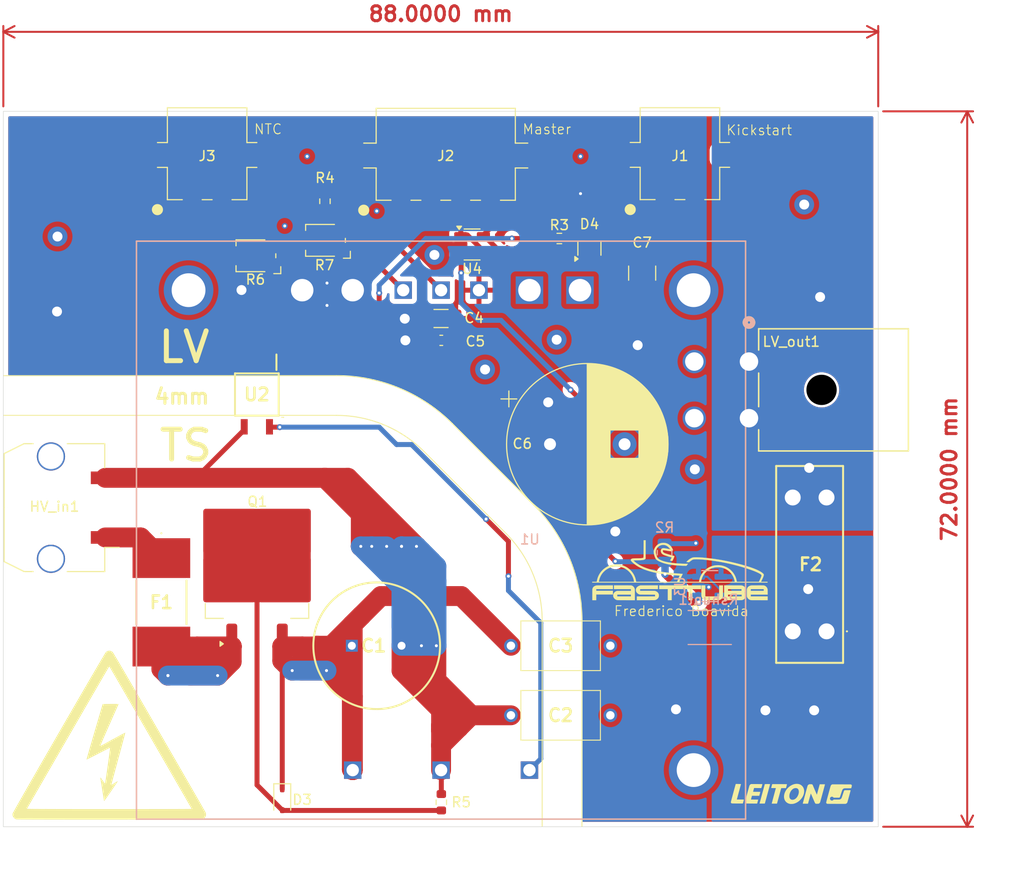
<source format=kicad_pcb>
(kicad_pcb
	(version 20240108)
	(generator "pcbnew")
	(generator_version "8.0")
	(general
		(thickness 1.6)
		(legacy_teardrops no)
	)
	(paper "A4")
	(layers
		(0 "F.Cu" power)
		(1 "In1.Cu" power "GND")
		(2 "In2.Cu" power "PWR")
		(31 "B.Cu" power)
		(32 "B.Adhes" user "B.Adhesive")
		(33 "F.Adhes" user "F.Adhesive")
		(34 "B.Paste" user)
		(35 "F.Paste" user)
		(36 "B.SilkS" user "B.Silkscreen")
		(37 "F.SilkS" user "F.Silkscreen")
		(38 "B.Mask" user)
		(39 "F.Mask" user)
		(40 "Dwgs.User" user "User.Drawings")
		(41 "Cmts.User" user "User.Comments")
		(42 "Eco1.User" user "User.Eco1")
		(43 "Eco2.User" user "User.Eco2")
		(44 "Edge.Cuts" user)
		(45 "Margin" user)
		(46 "B.CrtYd" user "B.Courtyard")
		(47 "F.CrtYd" user "F.Courtyard")
		(48 "B.Fab" user)
		(49 "F.Fab" user)
		(50 "User.1" user)
		(51 "User.2" user)
		(52 "User.3" user)
		(53 "User.4" user)
		(54 "User.5" user)
		(55 "User.6" user)
		(56 "User.7" user)
		(57 "User.8" user)
		(58 "User.9" user)
	)
	(setup
		(stackup
			(layer "F.SilkS"
				(type "Top Silk Screen")
			)
			(layer "F.Paste"
				(type "Top Solder Paste")
			)
			(layer "F.Mask"
				(type "Top Solder Mask")
				(thickness 0.01)
			)
			(layer "F.Cu"
				(type "copper")
				(thickness 0.035)
			)
			(layer "dielectric 1"
				(type "prepreg")
				(thickness 0.1)
				(material "FR4")
				(epsilon_r 4.5)
				(loss_tangent 0.02)
			)
			(layer "In1.Cu"
				(type "copper")
				(thickness 0.035)
			)
			(layer "dielectric 2"
				(type "core")
				(thickness 1.24)
				(material "FR4")
				(epsilon_r 4.5)
				(loss_tangent 0.02)
			)
			(layer "In2.Cu"
				(type "copper")
				(thickness 0.035)
			)
			(layer "dielectric 3"
				(type "prepreg")
				(thickness 0.1)
				(material "FR4")
				(epsilon_r 4.5)
				(loss_tangent 0.02)
			)
			(layer "B.Cu"
				(type "copper")
				(thickness 0.035)
			)
			(layer "B.Mask"
				(type "Bottom Solder Mask")
				(thickness 0.01)
			)
			(layer "B.Paste"
				(type "Bottom Solder Paste")
			)
			(layer "B.SilkS"
				(type "Bottom Silk Screen")
			)
			(copper_finish "None")
			(dielectric_constraints no)
		)
		(pad_to_mask_clearance 0)
		(allow_soldermask_bridges_in_footprints no)
		(pcbplotparams
			(layerselection 0x00010fc_ffffffff)
			(plot_on_all_layers_selection 0x0000000_00000000)
			(disableapertmacros no)
			(usegerberextensions no)
			(usegerberattributes yes)
			(usegerberadvancedattributes yes)
			(creategerberjobfile yes)
			(dashed_line_dash_ratio 12.000000)
			(dashed_line_gap_ratio 3.000000)
			(svgprecision 4)
			(plotframeref no)
			(viasonmask no)
			(mode 1)
			(useauxorigin no)
			(hpglpennumber 1)
			(hpglpenspeed 20)
			(hpglpendiameter 15.000000)
			(pdf_front_fp_property_popups yes)
			(pdf_back_fp_property_popups yes)
			(dxfpolygonmode yes)
			(dxfimperialunits yes)
			(dxfusepcbnewfont yes)
			(psnegative no)
			(psa4output no)
			(plotreference yes)
			(plotvalue yes)
			(plotfptext yes)
			(plotinvisibletext no)
			(sketchpadsonfab no)
			(subtractmaskfromsilk no)
			(outputformat 1)
			(mirror no)
			(drillshape 1)
			(scaleselection 1)
			(outputdirectory "")
		)
	)
	(net 0 "")
	(net 1 "Net-(HV_in1-HV-)")
	(net 2 "Net-(U1-+S)")
	(net 3 "GND")
	(net 4 "Net-(D4-Pad3)")
	(net 5 "Net-(HV_in1-HV+)")
	(net 6 "/LV_Cmeasure")
	(net 7 "Net-(R3-Pad2)")
	(net 8 "+3V3")
	(net 9 "/LV+")
	(net 10 "/3V_buttoncell")
	(net 11 "/TEMP_TSDCDC")
	(net 12 "Net-(LV_out1-Pin_1)")
	(net 13 "Net-(U1-CNT)")
	(net 14 "Net-(D3-K)")
	(net 15 "Net-(Q1-D)")
	(net 16 "/G")
	(net 17 "Net-(U4-+)")
	(net 18 "Net-(U1-TRM)")
	(net 19 "Net-(U3--)")
	(footprint "Capacitor_SMD:C_1210_3225Metric" (layer "F.Cu") (at 163.7 81.5 -90))
	(footprint "Resistor_SMD:R_0603_1608Metric" (layer "F.Cu") (at 155.370341 78.015823 180))
	(footprint "footprints:VY1471M29Y5UC63V0" (layer "F.Cu") (at 160.5 119 180))
	(footprint "FaSTTUBe_connectors:Micro_Mate-N-Lok_2p_horizontal" (layer "F.Cu") (at 167.5 69.6 180))
	(footprint "Potentiometer_SMD:Potentiometer_Bourns_TC33X_Vertical" (layer "F.Cu") (at 131.75 78.2 180))
	(footprint "footprints:CAPPRD500W60D1275H2200" (layer "F.Cu") (at 134.5 119))
	(footprint "FaSTTUBe_logos:FTLogo_small" (layer "F.Cu") (at 167.5 111.4))
	(footprint "Capacitor_SMD:C_1206_3216Metric" (layer "F.Cu") (at 143.470341 86.065823))
	(footprint "footprints:VY1471M29Y5UC63V0" (layer "F.Cu") (at 150.5 126))
	(footprint "Capacitor_SMD:C_0603_1608Metric" (layer "F.Cu") (at 143.495341 88.265823))
	(footprint "Diode_SMD:D_SOD-323" (layer "F.Cu") (at 127.5 134.5 -90))
	(footprint "Capacitor_THT:CP_Radial_D16.0mm_P7.50mm" (layer "F.Cu") (at 154.432587 98.715823))
	(footprint "Resistor_SMD:R_0603_1608Metric" (layer "F.Cu") (at 131.795341 74.265823 -90))
	(footprint "FaSTTUBe_connectors:Micro_Mate-N-Lok_2p_horizontal" (layer "F.Cu") (at 119.945341 69.608323 180))
	(footprint "footprints:0ACG5000TE" (layer "F.Cu") (at 115.342043 114.63101 -90))
	(footprint "Package_TO_SOT_SMD:SOT-323_SC-70" (layer "F.Cu") (at 158.395341 79.015823 90))
	(footprint "Connector_Molex:Molex_Micro-Fit_3.0_43650-0310_1x03-1MP_P3.00mm_Horizontal_PnP" (layer "F.Cu") (at 104.585 105.1 90))
	(footprint "Resistor_SMD:R_0603_1608Metric" (layer "F.Cu") (at 143.5 134.75 90))
	(footprint "FaSTTUBe_logos:HV-Warning" (layer "F.Cu") (at 110.1 128))
	(footprint "footprints:SOP254P700X210-4N" (layer "F.Cu") (at 124.945341 93.715823 -90))
	(footprint "Potentiometer_SMD:Potentiometer_Bourns_TC33X_Vertical"
		(layer "F.Cu")
		(uuid "b01cf478-92a1-4341-ac31-c4b4456c09d5")
		(at 124.75 79.75 180)
		(descr "Potentiometer, Bourns, TC33X, Vertical, https://www.bourns.com/pdfs/TC33.pdf")
		(tags "Potentiometer Bourns TC33X Vertical")
		(property "Reference" "R6"
			(at -0.05 -2.4 0)
			(layer "F.SilkS")
			(uuid "183537b1-87d2-486c-a672-7654754bc1dd")
			(effects
				(font
					(size 1 1)
					(thickness 0.15)
				)
			)
		)
		(property "Value" "100k"
			(at 0 2.5 0)
			(layer "F.Fab")
			(uuid "d10feaee-c6ce-4f5b-8d12-249b703517c6")
			(effects
				(font
					(size 1 1)
					(thickness 0.15)
				)
			)
		)
		(property "Footprint" "Potentiometer_SMD:Potentiometer_Bourns_TC33X_Vertical"
			(at 0 0 180)
			(unlocked yes)
			(layer "F.Fab")
			(hide yes)
			(uuid "87f64089-8966-4db0-b831-a11cf8d21ce0")
			(effects
				(font
					(size 1.27 1.27)
					(thickness 0.15)
				)
			)
		)
		(property "Datasheet" ""
			(at 0 0 180)
			(unlocked yes)
			(layer "F.Fab")
			(hide yes)
			(uuid "775f9d4e-137d-45aa-921
... [404009 chars truncated]
</source>
